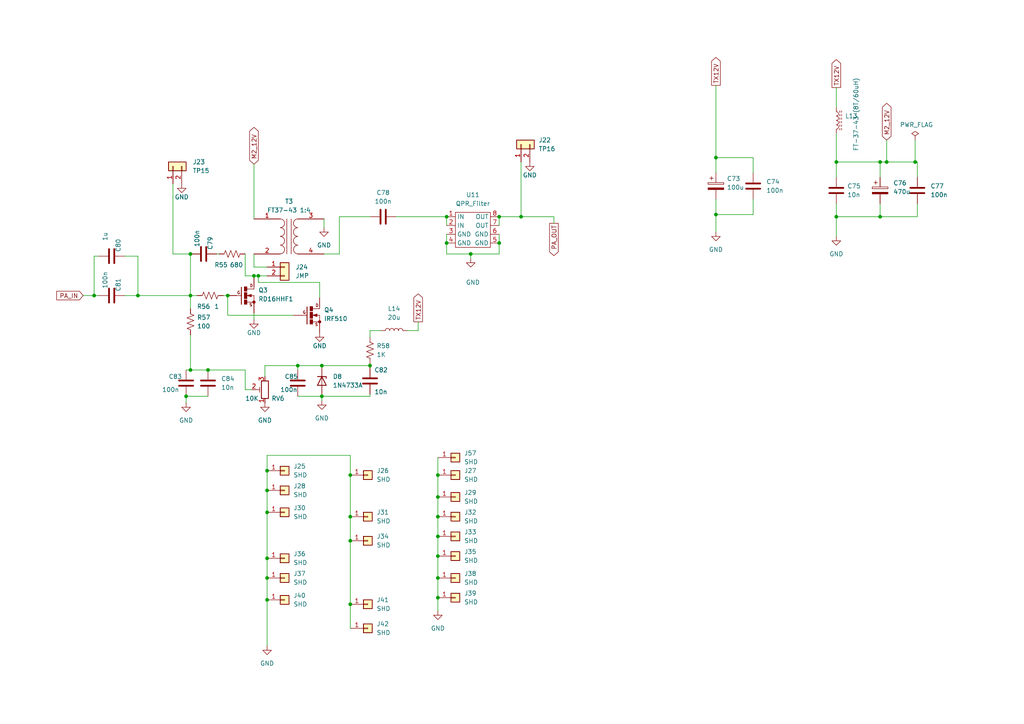
<source format=kicad_sch>
(kicad_sch (version 20211123) (generator eeschema)
  (paper "A4")
  (lib_symbols
    (symbol "Connector_Generic:Conn_01x01" (pin_names (offset 1.016) hide)
      (property "Reference" "J" (at 0 2.54 0))
      (property "Value" "Conn_01x01" (at 0 -2.54 0))
      (symbol "Conn_01x01_1_1"
        (rectangle (start -1.27 0.127) (end 0 -0.127) (stroke (width 0.1524)))
        (rectangle (start -1.27 1.27) (end 1.27 -1.27) (stroke (width 0.254)) (fill (type background)))
        (pin passive line (at -5.08 0 0) (length 3.81) (name "Pin_1") (number "1"))
      )
    )
    (symbol "Connector_Generic:Conn_01x02" (pin_names (offset 1.016) hide)
      (property "Reference" "J" (at 0 2.54 0))
      (property "Value" "Conn_01x02" (at 0 -5.08 0))
      (symbol "Conn_01x02_1_1"
        (rectangle (start -1.27 -2.413) (end 0 -2.667) (stroke (width 0.1524)))
        (rectangle (start -1.27 0.127) (end 0 -0.127) (stroke (width 0.1524)))
        (rectangle (start -1.27 1.27) (end 1.27 -3.81) (stroke (width 0.254)) (fill (type background)))
        (pin passive line (at -5.08 0 0) (length 3.81) (name "Pin_1") (number "1"))
        (pin passive line (at -5.08 -2.54 0) (length 3.81) (name "Pin_2") (number "2"))
      )
    )
    (symbol "Custom_RF:Generic Transfomer" (pin_names (offset 1.016) hide)
      (property "Reference" "T" (at 0 6.35 0))
      (property "Value" "Generic Transfomer" (at 0 -7.62 0))
      (symbol "Generic Transfomer_0_1"
        (arc (start -2.54 -5.0546) (mid -1.6599 -4.6901) (end -1.27 -3.81))
        (arc (start -2.54 -2.5146) (mid -1.6599 -2.1501) (end -1.27 -1.27))
        (arc (start -2.54 0.0254) (mid -1.6599 0.3899) (end -1.27 1.27))
        (arc (start -2.54 2.5654) (mid -1.6599 2.9299) (end -1.27 3.81))
        (arc (start -1.27 -3.81) (mid -1.642 -2.912) (end -2.54 -2.54))
        (arc (start -1.27 -1.27) (mid -1.642 -0.372) (end -2.54 0))
        (arc (start -1.27 1.27) (mid -1.642 2.168) (end -2.54 2.54))
        (arc (start -1.27 3.81) (mid -1.642 4.708) (end -2.54 5.08))
        (polyline (pts (xy -0.635 5.08) (xy -0.635 -5.08)))
        (polyline (pts (xy 0.635 -5.08) (xy 0.635 5.08)))
        (arc (start 1.2954 -1.27) (mid 1.6599 -2.1501) (end 2.54 -2.5146))
        (arc (start 1.2954 1.27) (mid 1.6599 0.3899) (end 2.54 0.0254))
        (arc (start 1.2954 3.81) (mid 1.6599 2.9299) (end 2.54 2.5654))
        (arc (start 1.3208 -3.81) (mid 1.6853 -4.6901) (end 2.5654 -5.0546))
        (arc (start 2.54 0) (mid 1.642 -0.372) (end 1.2954 -1.27))
        (arc (start 2.54 2.54) (mid 1.642 2.168) (end 1.2954 1.27))
        (arc (start 2.54 5.08) (mid 1.642 4.708) (end 1.2954 3.81))
        (arc (start 2.5654 -2.54) (mid 1.6674 -2.912) (end 1.3208 -3.81))
      )
      (symbol "Generic Transfomer_1_1"
        (pin passive line (at -10.16 5.08 0) (length 7.62) (name "AA") (number "1"))
        (pin passive line (at -10.16 -5.08 0) (length 7.62) (name "AB") (number "2"))
        (pin passive line (at 10.16 5.08 180) (length 7.62) (name "SB") (number "3"))
        (pin passive line (at 10.16 -5.08 180) (length 7.62) (name "SA") (number "4"))
      )
    )
    (symbol "Custom_RF:IRF510" (pin_numbers hide) (pin_names (offset 1.016) hide)
      (property "Reference" "Q" (at 3.302 0.508 0))
      (property "Value" "IRF510" (at 3.302 -0.508 0))
      (symbol "IRF510_0_0"
        (rectangle (start -0.254 -2.54) (end 0.508 -1.27) (fill (type outline)))
        (rectangle (start -0.254 -0.889) (end 0.508 0.889) (fill (type outline)))
        (rectangle (start -0.254 1.27) (end 0.508 2.54) (fill (type outline)))
        (polyline (pts (xy -1.1176 0) (xy -2.54 0)) (stroke (width 0.1524)))
        (polyline (pts (xy -1.1176 0) (xy -1.1176 -2.54)) (stroke (width 0.254)))
        (polyline (pts (xy -1.1176 2.413) (xy -1.1176 0)) (stroke (width 0.254)))
        (polyline (pts (xy 0.508 -1.905) (xy 2.54 -1.905)) (stroke (width 0.1524)))
        (polyline (pts (xy 0.508 0) (xy 1.143 0)) (stroke (width 0.1524)))
        (polyline (pts (xy 0.508 0) (xy 1.778 0.381)) (stroke (width 0.1524)))
        (polyline (pts (xy 1.143 0) (xy 1.651 -0.127)) (stroke (width 0.3048)))
        (polyline (pts (xy 1.143 0) (xy 2.54 0)) (stroke (width 0.1524)))
        (polyline (pts (xy 1.651 0.127) (xy 1.143 0)) (stroke (width 0.3048)))
        (polyline (pts (xy 1.778 -0.381) (xy 0.508 0)) (stroke (width 0.1524)))
        (polyline (pts (xy 1.778 0.381) (xy 1.778 -0.381)) (stroke (width 0.1524)))
        (polyline (pts (xy 2.54 -1.905) (xy 2.54 -2.54)) (stroke (width 0.1524)))
        (polyline (pts (xy 2.54 0) (xy 2.54 -1.905)) (stroke (width 0.1524)))
        (polyline (pts (xy 2.54 1.905) (xy 0.5334 1.905)) (stroke (width 0.1524)))
        (polyline (pts (xy 2.54 2.54) (xy 2.54 1.905)) (stroke (width 0.1524)))
        (circle (center 2.54 -1.905) (radius 0.254) (stroke (width 0.4064)))
        (text "D" (at 1.27 2.413 0) (effects (font (size 0.8128 0.8128)) (justify left bottom)))
        (text "G" (at -2.413 0.381 0) (effects (font (size 0.8128 0.8128)) (justify left bottom)))
        (text "S" (at 1.143 -3.175 0) (effects (font (size 0.8128 0.8128)) (justify left bottom)))
        (pin passive line (at 2.54 -5.08 90) (length 2.54) (name "~") (number "1"))
        (pin passive line (at 2.54 5.08 270) (length 2.54) (name "~") (number "2"))
        (pin passive line (at -5.08 0 0) (length 2.54) (name "~") (number "3"))
      )
    )
    (symbol "Custom_RF:QPR_Filter"
      (property "Reference" "U" (at 0 7.62 0))
      (property "Value" "QPR_Filter" (at 0 -7.62 0))
      (symbol "QPR_Filter_0_1"
        (rectangle (start -5.08 5.08) (end 5.08 -5.08))
      )
      (symbol "QPR_Filter_1_1"
        (pin bidirectional line (at -7.62 3.81 0) (length 2.54) (name "IN") (number "1"))
        (pin bidirectional line (at -7.62 1.27 0) (length 2.54) (name "IN") (number "2"))
        (pin power_in line (at -7.62 -1.27 0) (length 2.54) (name "GND") (number "3"))
        (pin power_in line (at -7.62 -3.81 0) (length 2.54) (name "GND") (number "4"))
        (pin power_in line (at 7.62 -3.81 180) (length 2.54) (name "GND") (number "5"))
        (pin power_in line (at 7.62 -1.27 180) (length 2.54) (name "GND") (number "6"))
        (pin bidirectional line (at 7.62 1.27 180) (length 2.54) (name "OUT") (number "7"))
        (pin bidirectional line (at 7.62 3.81 180) (length 2.54) (name "OUT") (number "8"))
      )
    )
    (symbol "Custom_RF:RD16HHF1" (pin_numbers hide) (pin_names (offset 1.016) hide)
      (property "Reference" "Q" (at 3.302 0.508 0))
      (property "Value" "RD16HHF1" (at 3.302 -0.508 0))
      (symbol "RD16HHF1_0_0"
        (rectangle (start -0.254 -2.54) (end 0.508 -1.27) (fill (type outline)))
        (rectangle (start -0.254 -0.889) (end 0.508 0.889) (fill (type outline)))
        (rectangle (start -0.254 1.27) (end 0.508 2.54) (fill (type outline)))
        (polyline (pts (xy -1.1176 0) (xy -2.54 0)) (stroke (width 0.1524)))
        (polyline (pts (xy -1.1176 0) (xy -1.1176 -2.54)) (stroke (width 0.254)))
        (polyline (pts (xy -1.1176 2.413) (xy -1.1176 0)) (stroke (width 0.254)))
        (polyline (pts (xy 0.508 -1.905) (xy 2.54 -1.905)) (stroke (width 0.1524)))
        (polyline (pts (xy 0.508 0) (xy 1.143 0)) (stroke (width 0.1524)))
        (polyline (pts (xy 0.508 0) (xy 1.778 0.381)) (stroke (width 0.1524)))
        (polyline (pts (xy 1.143 0) (xy 1.651 -0.127)) (stroke (width 0.3048)))
        (polyline (pts (xy 1.143 0) (xy 2.54 0)) (stroke (width 0.1524)))
        (polyline (pts (xy 1.651 0.127) (xy 1.143 0)) (stroke (width 0.3048)))
        (polyline (pts (xy 1.778 -0.381) (xy 0.508 0)) (stroke (width 0.1524)))
        (polyline (pts (xy 1.778 0.381) (xy 1.778 -0.381)) (stroke (width 0.1524)))
        (polyline (pts (xy 2.54 -1.905) (xy 2.54 -2.54)) (stroke (width 0.1524)))
        (polyline (pts (xy 2.54 0) (xy 2.54 -1.905)) (stroke (width 0.1524)))
        (polyline (pts (xy 2.54 1.905) (xy 0.5334 1.905)) (stroke (width 0.1524)))
        (polyline (pts (xy 2.54 2.54) (xy 2.54 1.905)) (stroke (width 0.1524)))
        (circle (center 2.54 -1.905) (radius 0.254) (stroke (width 0.4064)))
        (text "D" (at 1.27 2.413 0) (effects (font (size 0.8128 0.8128)) (justify left bottom)))
        (text "G" (at -2.413 0.381 0) (effects (font (size 0.8128 0.8128)) (justify left bottom)))
        (text "S" (at 1.143 -3.175 0) (effects (font (size 0.8128 0.8128)) (justify left bottom)))
        (pin passive line (at -5.08 0 0) (length 2.54) (name "~") (number "1"))
        (pin passive line (at 2.54 -5.08 90) (length 2.54) (name "~") (number "2"))
        (pin passive line (at 2.54 5.08 270) (length 2.54) (name "~") (number "3"))
      )
    )
    (symbol "Device:C" (pin_numbers hide) (pin_names (offset 0.254))
      (property "Reference" "C" (at 0.635 2.54 0))
      (property "Value" "C" (at 0.635 -2.54 0))
      (symbol "C_0_1"
        (polyline (pts (xy -2.032 -0.762) (xy 2.032 -0.762)) (stroke (width 0.508)))
        (polyline (pts (xy -2.032 0.762) (xy 2.032 0.762)) (stroke (width 0.508)))
      )
      (symbol "C_1_1"
        (pin passive line (at 0 3.81 270) (length 2.794) (name "~") (number "1"))
        (pin passive line (at 0 -3.81 90) (length 2.794) (name "~") (number "2"))
      )
    )
    (symbol "Device:C_Polarized" (pin_numbers hide) (pin_names (offset 0.254))
      (property "Reference" "C" (at 0.635 2.54 0))
      (property "Value" "C_Polarized" (at 0.635 -2.54 0))
      (symbol "C_Polarized_0_1"
        (rectangle (start -2.286 0.508) (end 2.286 1.016))
        (polyline (pts (xy -1.778 2.286) (xy -0.762 2.286)))
        (polyline (pts (xy -1.27 2.794) (xy -1.27 1.778)))
        (rectangle (start 2.286 -0.508) (end -2.286 -1.016) (fill (type outline)))
      )
      (symbol "C_Polarized_1_1"
        (pin passive line (at 0 3.81 270) (length 2.794) (name "~") (number "1"))
        (pin passive line (at 0 -3.81 90) (length 2.794) (name "~") (number "2"))
      )
    )
    (symbol "Device:L" (pin_numbers hide) (pin_names (offset 1.016) hide)
      (property "Reference" "L" (at -1.27 0 90))
      (property "Value" "L" (at 1.905 0 90))
      (symbol "L_0_1"
        (arc (start 0 -2.54) (mid 0.635 -1.905) (end 0 -1.27))
        (arc (start 0 -1.27) (mid 0.635 -0.635) (end 0 0))
        (arc (start 0 0) (mid 0.635 0.635) (end 0 1.27))
        (arc (start 0 1.27) (mid 0.635 1.905) (end 0 2.54))
      )
      (symbol "L_1_1"
        (pin passive line (at 0 3.81 270) (length 1.27) (name "1") (number "1"))
        (pin passive line (at 0 -3.81 90) (length 1.27) (name "2") (number "2"))
      )
    )
    (symbol "Device:L_Ferrite" (pin_numbers hide) (pin_names (offset 1.016) hide)
      (property "Reference" "L" (at -1.27 0 90))
      (property "Value" "L_Ferrite" (at 2.794 0 90))
      (symbol "L_Ferrite_0_1"
        (arc (start 0 -2.54) (mid 0.635 -1.905) (end 0 -1.27))
        (arc (start 0 -1.27) (mid 0.635 -0.635) (end 0 0))
        (polyline (pts (xy 1.016 -2.794) (xy 1.016 -2.286)))
        (polyline (pts (xy 1.016 -1.778) (xy 1.016 -1.27)))
        (polyline (pts (xy 1.016 -0.762) (xy 1.016 -0.254)))
        (polyline (pts (xy 1.016 0.254) (xy 1.016 0.762)))
        (polyline (pts (xy 1.016 1.27) (xy 1.016 1.778)))
        (polyline (pts (xy 1.016 2.286) (xy 1.016 2.794)))
        (polyline (pts (xy 1.524 -2.286) (xy 1.524 -2.794)))
        (polyline (pts (xy 1.524 -1.27) (xy 1.524 -1.778)))
        (polyline (pts (xy 1.524 -0.254) (xy 1.524 -0.762)))
        (polyline (pts (xy 1.524 0.762) (xy 1.524 0.254)))
        (polyline (pts (xy 1.524 1.778) (xy 1.524 1.27)))
        (polyline (pts (xy 1.524 2.794) (xy 1.524 2.286)))
        (arc (start 0 0) (mid 0.635 0.635) (end 0 1.27))
        (arc (start 0 1.27) (mid 0.635 1.905) (end 0 2.54))
      )
      (symbol "L_Ferrite_1_1"
        (pin passive line (at 0 3.81 270) (length 1.27) (name "1") (number "1"))
        (pin passive line (at 0 -3.81 90) (length 1.27) (name "2") (number "2"))
      )
    )
    (symbol "Device:R_Potentiometer_Trim" (pin_names (offset 1.016) hide)
      (property "Reference" "RV" (at -4.445 0 90))
      (property "Value" "R_Potentiometer_Trim" (at -2.54 0 90))
      (symbol "R_Potentiometer_Trim_0_1"
        (polyline (pts (xy 1.524 0.762) (xy 1.524 -0.762)))
        (polyline (pts (xy 2.54 0) (xy 1.524 0)))
        (rectangle (start 1.016 2.54) (end -1.016 -2.54) (stroke (width 0.254)))
      )
      (symbol "R_Potentiometer_Trim_1_1"
        (pin passive line (at 0 3.81 270) (length 1.27) (name "1") (number "1"))
        (pin passive line (at 3.81 0 180) (length 1.27) (name "2") (number "2"))
        (pin passive line (at 0 -3.81 90) (length 1.27) (name "3") (number "3"))
      )
    )
    (symbol "Device:R_US" (pin_numbers hide) (pin_names (offset 0))
      (property "Reference" "R" (at 2.54 0 90))
      (property "Value" "R_US" (at -2.54 0 90))
      (symbol "R_US_0_1"
        (polyline (pts (xy 0 -2.286) (xy 0 -2.54)))
        (polyline (pts (xy 0 2.286) (xy 0 2.54)))
        (polyline (pts (xy 0 -0.762) (xy 1.016 -1.143) (xy 0 -1.524) (xy -1.016 -1.905) (xy 0 -2.286)))
        (polyline (pts (xy 0 0.762) (xy 1.016 0.381) (xy 0 0) (xy -1.016 -0.381) (xy 0 -0.762)))
        (polyline (pts (xy 0 2.286) (xy 1.016 1.905) (xy 0 1.524) (xy -1.016 1.143) (xy 0 0.762)))
      )
      (symbol "R_US_1_1"
        (pin passive line (at 0 3.81 270) (length 1.27) (name "~") (number "1"))
        (pin passive line (at 0 -3.81 90) (length 1.27) (name "~") (number "2"))
      )
    )
    (symbol "Diode:1N47xxA" (pin_numbers hide) (pin_names hide)
      (property "Reference" "D" (at 0 2.54 0))
      (property "Value" "1N47xxA" (at 0 -2.54 0))
      (symbol "1N47xxA_0_1"
        (polyline (pts (xy 1.27 0) (xy -1.27 0)))
        (polyline (pts (xy -1.27 -1.27) (xy -1.27 1.27) (xy -0.762 1.27)) (stroke (width 0.254)))
        (polyline (pts (xy 1.27 -1.27) (xy 1.27 1.27) (xy -1.27 0) (xy 1.27 -1.27)) (stroke (width 0.254)))
      )
      (symbol "1N47xxA_1_1"
        (pin passive line (at -3.81 0 0) (length 2.54) (name "K") (number "1"))
        (pin passive line (at 3.81 0 180) (length 2.54) (name "A") (number "2"))
      )
    )
    (symbol "power:GND" (power) (pin_names (offset 0))
      (property "Value" "GND" (at 0 -3.81 0))
      (symbol "GND_0_1"
        (polyline (pts (xy 0 0) (xy 0 -1.27) (xy 1.27 -1.27) (xy 0 -2.54) (xy -1.27 -1.27) (xy 0 -1.27)))
      )
      (symbol "GND_1_1"
        (pin power_in line (at 0 0 270) (length 0) hide (name "GND") (number "1"))
      )
    )
    (symbol "power:PWR_FLAG" (power) (pin_numbers hide) (pin_names (offset 0) hide)
      (property "Value" "PWR_FLAG" (at 0 3.81 0))
      (symbol "PWR_FLAG_0_0"
        (pin power_out line (at 0 0 90) (length 0) (name "pwr") (number "1"))
      )
      (symbol "PWR_FLAG_0_1"
        (polyline (pts (xy 0 0) (xy 0 1.27) (xy -1.016 1.905) (xy 0 2.54) (xy 1.016 1.905) (xy 0 1.27)))
      )
    )
  )
  (junction (at 27.305 85.725))
  (junction (at 101.6 149.86))
  (junction (at 66.04 85.725))
  (junction (at 207.645 45.72))
  (junction (at 107.315 106.045))
  (junction (at 257.175 46.99))
  (junction (at 127 144.145))
  (junction (at 101.6 175.26))
  (junction (at 77.47 173.99))
  (junction (at 60.325 107.315))
  (junction (at 129.54 62.865))
  (junction (at 93.345 114.935))
  (junction (at 144.78 70.485))
  (junction (at 77.47 161.925))
  (junction (at 40.005 85.725))
  (junction (at 265.43 46.99))
  (junction (at 242.57 62.865))
  (junction (at 101.6 137.795))
  (junction (at 151.13 62.865))
  (junction (at 73.66 80.01))
  (junction (at 74.93 80.01))
  (junction (at 255.27 46.99))
  (junction (at 255.27 62.865))
  (junction (at 55.245 73.66))
  (junction (at 77.47 142.24))
  (junction (at 129.54 70.485))
  (junction (at 242.57 46.99))
  (junction (at 207.645 62.23))
  (junction (at 127 155.575))
  (junction (at 77.47 148.59))
  (junction (at 55.245 107.315))
  (junction (at 53.975 114.935))
  (junction (at 127 161.29))
  (junction (at 55.245 85.725))
  (junction (at 101.6 156.845))
  (junction (at 144.78 62.865))
  (junction (at 93.345 106.045))
  (junction (at 86.36 106.045))
  (junction (at 77.47 136.525))
  (junction (at 127 167.64))
  (junction (at 127 173.355))
  (junction (at 127 149.86))
  (junction (at 127 137.795))
  (junction (at 136.525 73.66))
  (junction (at 77.47 167.64))
  (wire (pts (xy 257.175 40.64) (xy 257.175 46.99)))
  (wire (pts (xy 55.245 73.66) (xy 55.245 85.725)))
  (wire (pts (xy 77.47 132.08) (xy 77.47 136.525)))
  (wire (pts (xy 207.645 24.765) (xy 207.645 45.72)))
  (wire (pts (xy 207.645 57.785) (xy 207.645 62.23)))
  (wire (pts (xy 77.47 136.525) (xy 77.47 142.24)))
  (wire (pts (xy 101.6 175.26) (xy 101.6 182.245)))
  (wire (pts (xy 77.47 173.99) (xy 77.47 187.325)))
  (wire (pts (xy 127 161.29) (xy 127 167.64)))
  (wire (pts (xy 107.315 105.41) (xy 107.315 106.045)))
  (wire (pts (xy 160.655 62.865) (xy 160.655 64.77)))
  (wire (pts (xy 93.345 114.3) (xy 93.345 114.935)))
  (wire (pts (xy 255.27 46.99) (xy 257.175 46.99)))
  (wire (pts (xy 27.305 74.295) (xy 27.305 85.725)))
  (wire (pts (xy 66.04 91.44) (xy 66.04 85.725)))
  (wire (pts (xy 27.305 85.725) (xy 28.575 85.725)))
  (wire (pts (xy 242.57 62.865) (xy 255.27 62.865)))
  (wire (pts (xy 53.975 116.84) (xy 53.975 114.935)))
  (wire (pts (xy 255.27 59.055) (xy 255.27 62.865)))
  (wire (pts (xy 71.12 73.66) (xy 71.12 80.01)))
  (wire (pts (xy 144.78 67.945) (xy 144.78 70.485)))
  (wire (pts (xy 265.43 46.99) (xy 266.065 46.99)))
  (wire (pts (xy 40.005 85.725) (xy 55.245 85.725)))
  (wire (pts (xy 242.57 46.99) (xy 255.27 46.99)))
  (wire (pts (xy 107.315 114.935) (xy 107.315 114.3)))
  (wire (pts (xy 74.93 80.01) (xy 73.66 80.01)))
  (wire (pts (xy 242.57 62.865) (xy 242.57 68.58)))
  (wire (pts (xy 127 155.575) (xy 127 149.86)))
  (wire (pts (xy 127 144.145) (xy 127 149.86)))
  (wire (pts (xy 98.425 62.865) (xy 98.425 73.66)))
  (wire (pts (xy 101.6 137.795) (xy 101.6 132.08)))
  (wire (pts (xy 93.345 116.205) (xy 93.345 114.935)))
  (wire (pts (xy 71.12 107.315) (xy 60.325 107.315)))
  (wire (pts (xy 93.345 114.935) (xy 86.36 114.935)))
  (wire (pts (xy 92.71 81.915) (xy 74.93 81.915)))
  (wire (pts (xy 242.57 46.99) (xy 242.57 51.435)))
  (wire (pts (xy 73.66 80.01) (xy 73.66 80.645)))
  (wire (pts (xy 127 132.715) (xy 127 137.795)))
  (wire (pts (xy 144.78 62.865) (xy 144.78 65.405)))
  (wire (pts (xy 257.175 46.99) (xy 265.43 46.99)))
  (wire (pts (xy 107.315 62.865) (xy 98.425 62.865)))
  (wire (pts (xy 55.245 73.66) (xy 50.165 73.66)))
  (wire (pts (xy 77.47 80.01) (xy 74.93 80.01)))
  (wire (pts (xy 121.285 93.345) (xy 121.285 95.885)))
  (wire (pts (xy 207.645 45.72) (xy 218.44 45.72)))
  (wire (pts (xy 73.66 90.805) (xy 73.66 92.71)))
  (wire (pts (xy 36.195 85.725) (xy 40.005 85.725)))
  (wire (pts (xy 93.345 106.68) (xy 93.345 106.045)))
  (wire (pts (xy 110.49 95.885) (xy 107.315 95.885)))
  (wire (pts (xy 151.13 46.99) (xy 151.13 62.865)))
  (wire (pts (xy 36.195 74.295) (xy 40.005 74.295)))
  (wire (pts (xy 24.13 85.725) (xy 27.305 85.725)))
  (wire (pts (xy 129.54 73.66) (xy 136.525 73.66)))
  (wire (pts (xy 218.44 45.72) (xy 218.44 50.165)))
  (wire (pts (xy 101.6 132.08) (xy 77.47 132.08)))
  (wire (pts (xy 55.245 85.725) (xy 57.15 85.725)))
  (wire (pts (xy 85.09 91.44) (xy 66.04 91.44)))
  (wire (pts (xy 107.315 106.045) (xy 107.315 106.68)))
  (wire (pts (xy 129.54 67.945) (xy 129.54 70.485)))
  (wire (pts (xy 77.47 167.64) (xy 77.47 173.99)))
  (wire (pts (xy 136.525 73.66) (xy 136.525 74.93)))
  (wire (pts (xy 74.93 81.915) (xy 74.93 80.01)))
  (wire (pts (xy 101.6 137.795) (xy 101.6 149.86)))
  (wire (pts (xy 255.27 62.865) (xy 266.065 62.865)))
  (wire (pts (xy 266.065 62.865) (xy 266.065 59.055)))
  (wire (pts (xy 101.6 156.845) (xy 101.6 175.26)))
  (wire (pts (xy 40.005 74.295) (xy 40.005 85.725)))
  (wire (pts (xy 77.47 161.925) (xy 77.47 167.64)))
  (wire (pts (xy 92.71 86.36) (xy 92.71 81.915)))
  (wire (pts (xy 107.315 95.885) (xy 107.315 97.79)))
  (wire (pts (xy 76.835 106.045) (xy 76.835 109.22)))
  (wire (pts (xy 151.13 62.865) (xy 160.655 62.865)))
  (wire (pts (xy 242.57 25.4) (xy 242.57 31.115)))
  (wire (pts (xy 86.36 106.045) (xy 93.345 106.045)))
  (wire (pts (xy 114.935 62.865) (xy 129.54 62.865)))
  (wire (pts (xy 266.065 46.99) (xy 266.065 51.435)))
  (wire (pts (xy 255.27 46.99) (xy 255.27 51.435)))
  (wire (pts (xy 129.54 62.865) (xy 129.54 65.405)))
  (wire (pts (xy 73.025 113.03) (xy 71.12 113.03)))
  (wire (pts (xy 93.345 106.045) (xy 107.315 106.045)))
  (wire (pts (xy 86.36 106.045) (xy 86.36 107.315)))
  (wire (pts (xy 144.78 73.66) (xy 144.78 70.485)))
  (wire (pts (xy 127 155.575) (xy 127 161.29)))
  (wire (pts (xy 218.44 62.23) (xy 218.44 57.785)))
  (wire (pts (xy 71.12 80.01) (xy 73.66 80.01)))
  (wire (pts (xy 73.66 47.625) (xy 73.66 63.5)))
  (wire (pts (xy 136.525 73.66) (xy 144.78 73.66)))
  (wire (pts (xy 55.245 97.155) (xy 55.245 107.315)))
  (wire (pts (xy 242.57 59.055) (xy 242.57 62.865)))
  (wire (pts (xy 127 167.64) (xy 127 173.355)))
  (wire (pts (xy 53.975 114.935) (xy 60.325 114.935)))
  (wire (pts (xy 242.57 38.735) (xy 242.57 46.99)))
  (wire (pts (xy 118.11 95.885) (xy 121.285 95.885)))
  (wire (pts (xy 62.865 73.66) (xy 63.5 73.66)))
  (wire (pts (xy 207.645 45.72) (xy 207.645 50.165)))
  (wire (pts (xy 55.245 89.535) (xy 55.245 85.725)))
  (wire (pts (xy 127 137.795) (xy 127 144.145)))
  (wire (pts (xy 207.645 62.23) (xy 218.44 62.23)))
  (wire (pts (xy 129.54 70.485) (xy 129.54 73.66)))
  (wire (pts (xy 101.6 149.86) (xy 101.6 156.845)))
  (wire (pts (xy 77.47 142.24) (xy 77.47 148.59)))
  (wire (pts (xy 55.245 107.315) (xy 60.325 107.315)))
  (wire (pts (xy 50.165 53.34) (xy 50.165 73.66)))
  (wire (pts (xy 93.98 66.04) (xy 93.98 63.5)))
  (wire (pts (xy 93.98 73.66) (xy 98.425 73.66)))
  (wire (pts (xy 53.975 107.315) (xy 55.245 107.315)))
  (wire (pts (xy 93.345 114.935) (xy 107.315 114.935)))
  (wire (pts (xy 73.66 77.47) (xy 73.66 73.66)))
  (wire (pts (xy 71.12 113.03) (xy 71.12 107.315)))
  (wire (pts (xy 77.47 148.59) (xy 77.47 161.925)))
  (wire (pts (xy 265.43 40.64) (xy 265.43 46.99)))
  (wire (pts (xy 127 177.165) (xy 127 173.355)))
  (wire (pts (xy 76.835 106.045) (xy 86.36 106.045)))
  (wire (pts (xy 144.78 62.865) (xy 151.13 62.865)))
  (wire (pts (xy 77.47 77.47) (xy 73.66 77.47)))
  (wire (pts (xy 28.575 74.295) (xy 27.305 74.295)))
  (wire (pts (xy 207.645 62.23) (xy 207.645 67.31)))
  (wire (pts (xy 64.77 85.725) (xy 66.04 85.725)))
  (global_label "TX12V" (shape output) (at 242.57 25.4 90) (property "Intersheet References" "${INTERSHEET_REFS}" (effects hide)))
  (global_label "PA_IN" (shape input) (at 24.13 85.725 180) (property "Intersheet References" "${INTERSHEET_REFS}" (effects hide)))
  (global_label "M2_12V" (shape bidirectional) (at 73.66 47.625 90) (property "Intersheet References" "${INTERSHEET_REFS}" (effects hide)))
  (global_label "TX12V" (shape output) (at 207.645 24.765 90) (property "Intersheet References" "${INTERSHEET_REFS}" (effects hide)))
  (global_label "PA_OUT" (shape output) (at 160.655 64.77 270) (property "Intersheet References" "${INTERSHEET_REFS}" (effects hide)))
  (global_label "TX12V" (shape output) (at 121.285 93.345 90) (property "Intersheet References" "${INTERSHEET_REFS}" (effects hide)))
  (global_label "M2_12V" (shape bidirectional) (at 257.175 40.64 90) (property "Intersheet References" "${INTERSHEET_REFS}" (effects hide)))
  (symbol (lib_id "Connector_Generic:Conn_01x01") (at 106.68 182.245 0) (unit 1)
    (property "Reference" "J42" (at 109.22 180.9749 0) (effects (justify left)))
    (property "Value" "SHD" (at 109.22 183.5149 0) (effects (justify left)))
    (property "Footprint" "TestPoint:TestPoint_Pad_2.0x2.0mm" (effects hide))
  )
  (symbol (lib_id "Connector_Generic:Conn_01x01") (at 132.08 161.29 0) (unit 1)
    (property "Reference" "J35" (at 134.62 160.0199 0) (effects (justify left)))
    (property "Value" "SHD" (at 134.62 162.5599 0) (effects (justify left)))
    (property "Footprint" "Connector_PinHeader_2.54mm:PinHeader_1x01_P2.54mm_Vertical" (effects hide))
  )
  (symbol (lib_id "power:GND") (at 127 177.165 0) (unit 1)
    (property "Reference" "#PWR095" (effects hide))
    (property "Value" "GND" (at 127 182.245 0))
  )
  (symbol (lib_id "Custom_RF:IRF510") (at 90.17 91.44 0) (unit 1)
    (property "Reference" "Q4" (at 93.98 89.8966 0) (effects (justify left)))
    (property "Value" "IRF510" (at 93.98 92.4366 0) (effects (justify left)))
    (property "Footprint" "TO220" (effects hide))
  )
  (symbol (lib_id "Connector_Generic:Conn_01x02") (at 151.13 41.91 90) (unit 1)
    (property "Reference" "J22" (at 156.21 40.6399 90) (effects (justify right)))
    (property "Value" "TP16" (at 156.21 43.1799 90) (effects (justify right)))
    (property "Footprint" "Connector_PinSocket_2.54mm:PinSocket_1x02_P2.54mm_Vertical" (effects hide))
  )
  (symbol (lib_id "Device:C") (at 218.44 53.975 0) (unit 1)
    (property "Reference" "C74" (at 222.25 52.7049 0) (effects (justify left)))
    (property "Value" "100n" (at 222.25 55.2449 0) (effects (justify left)))
    (property "Footprint" "Capacitor_SMD:C_1206_3216Metric" (effects hide))
  )
  (symbol (lib_id "Connector_Generic:Conn_01x01") (at 132.08 144.145 0) (unit 1)
    (property "Reference" "J29" (at 134.62 142.8749 0) (effects (justify left)))
    (property "Value" "SHD" (at 134.62 145.4149 0) (effects (justify left)))
    (property "Footprint" "Connector_PinHeader_2.54mm:PinHeader_1x01_P2.54mm_Vertical" (effects hide))
  )
  (symbol (lib_id "Device:R_US") (at 60.96 85.725 270) (unit 1)
    (property "Reference" "R56" (at 59.055 88.9 90))
    (property "Value" "1" (at 62.865 88.9 90))
    (property "Footprint" "Resistor_SMD:R_1206_3216Metric" (effects hide))
  )
  (symbol (lib_id "power:GND") (at 93.98 66.04 0) (unit 1)
    (property "Reference" "#PWR087" (effects hide))
    (property "Value" "GND" (at 93.98 71.12 0))
  )
  (symbol (lib_id "Device:C_Polarized") (at 255.27 55.245 0) (unit 1)
    (property "Reference" "C76" (at 259.08 53.0859 0) (effects (justify left)))
    (property "Value" "470u" (at 259.08 55.6259 0) (effects (justify left)))
    (property "Footprint" "Capacitor_THT:CP_Radial_D8.0mm_P3.50mm" (effects hide))
  )
  (symbol (lib_id "Connector_Generic:Conn_01x01") (at 82.55 142.24 0) (unit 1)
    (property "Reference" "J28" (at 85.09 140.9699 0) (effects (justify left)))
    (property "Value" "SHD" (at 85.09 143.5099 0) (effects (justify left)))
    (property "Footprint" "TestPoint:TestPoint_Pad_2.0x2.0mm" (effects hide))
  )
  (symbol (lib_id "power:PWR_FLAG") (at 265.43 40.64 0) (unit 1)
    (property "Reference" "#FLG015" (effects hide))
    (property "Value" "PWR_FLAG" (at 260.985 36.195 0) (effects (justify left)))
  )
  (symbol (lib_id "Device:R_US") (at 55.245 93.345 180) (unit 1)
    (property "Reference" "R57" (at 57.15 92.0749 0) (effects (justify right)))
    (property "Value" "100" (at 57.15 94.6149 0) (effects (justify right)))
    (property "Footprint" "Resistor_SMD:R_1206_3216Metric" (effects hide))
  )
  (symbol (lib_id "Device:R_Potentiometer_Trim") (at 76.835 113.03 180) (unit 1)
    (property "Reference" "RV6" (at 78.74 115.57 0) (effects (justify right)))
    (property "Value" "10K" (at 71.12 115.57 0) (effects (justify right)))
    (property "Footprint" "Potentiometer_THT:Potentiometer_Bourns_3296W_Vertical" (effects hide))
  )
  (symbol (lib_id "power:GND") (at 136.525 74.93 0) (unit 1)
    (property "Reference" "#PWR090" (effects hide))
    (property "Value" "GND" (at 137.16 81.915 0))
  )
  (symbol (lib_id "Connector_Generic:Conn_01x01") (at 82.55 161.925 0) (unit 1)
    (property "Reference" "J36" (at 85.09 160.6549 0) (effects (justify left)))
    (property "Value" "SHD" (at 85.09 163.1949 0) (effects (justify left)))
    (property "Footprint" "TestPoint:TestPoint_Pad_2.0x2.0mm" (effects hide))
  )
  (symbol (lib_id "power:GND") (at 53.975 116.84 0) (unit 1)
    (property "Reference" "#PWR093" (effects hide))
    (property "Value" "GND" (at 53.975 121.92 0))
  )
  (symbol (lib_id "Connector_Generic:Conn_01x01") (at 106.68 137.795 0) (unit 1)
    (property "Reference" "J26" (at 109.22 136.5249 0) (effects (justify left)))
    (property "Value" "SHD" (at 109.22 139.0649 0) (effects (justify left)))
    (property "Footprint" "TestPoint:TestPoint_Pad_2.0x2.0mm" (effects hide))
  )
  (symbol (lib_id "Connector_Generic:Conn_01x01") (at 82.55 148.59 0) (unit 1)
    (property "Reference" "J30" (at 85.09 147.3199 0) (effects (justify left)))
    (property "Value" "SHD" (at 85.09 149.8599 0) (effects (justify left)))
    (property "Footprint" "TestPoint:TestPoint_Pad_2.0x2.0mm" (effects hide))
  )
  (symbol (lib_id "Device:C") (at 111.125 62.865 90) (unit 1)
    (property "Reference" "C78" (at 111.125 55.88 90))
    (property "Value" "100n" (at 111.125 58.42 90))
    (property "Footprint" "Capacitor_SMD:C_1206_3216Metric" (effects hide))
  )
  (symbol (lib_id "Connector_Generic:Conn_01x02") (at 50.165 48.26 90) (unit 1)
    (property "Reference" "J23" (at 55.88 46.9899 90) (effects (justify right)))
    (property "Value" "TP15" (at 55.88 49.5299 90) (effects (justify right)))
    (property "Footprint" "Connector_PinSocket_2.54mm:PinSocket_1x02_P2.54mm_Vertical" (effects hide))
  )
  (symbol (lib_id "Device:L_Ferrite") (at 242.57 34.925 0) (unit 1)
    (property "Reference" "L13" (at 245.11 33.6549 0) (effects (justify left)))
    (property "Value" "FT-37-43 (8T/60uH)" (at 248.285 43.815 90) (effects (justify left)))
    (property "Footprint" "Inductor_THT:L_Toroid_Horizontal_D9.5mm_P15.00mm_Diameter10-5mm_Amidon-T37" (effects hide))
  )
  (symbol (lib_id "power:GND") (at 153.67 46.99 0) (unit 1)
    (property "Reference" "#PWR085" (effects hide))
    (property "Value" "GND" (at 153.67 50.8 0))
  )
  (symbol (lib_id "Device:R_US") (at 67.31 73.66 270) (unit 1)
    (property "Reference" "R55" (at 64.135 76.835 90))
    (property "Value" "680" (at 68.58 76.835 90))
    (property "Footprint" "Resistor_SMD:R_1206_3216Metric" (effects hide))
  )
  (symbol (lib_id "Connector_Generic:Conn_01x01") (at 132.08 132.715 0) (unit 1)
    (property "Reference" "J57" (at 134.62 131.4449 0) (effects (justify left)))
    (property "Value" "SHD" (at 134.62 133.9849 0) (effects (justify left)))
    (property "Footprint" "Connector_PinHeader_2.54mm:PinHeader_1x01_P2.54mm_Vertical" (effects hide))
  )
  (symbol (lib_id "Device:C") (at 60.325 111.125 0) (unit 1)
    (property "Reference" "C84" (at 64.135 109.8549 0) (effects (justify left)))
    (property "Value" "10n" (at 64.135 112.3949 0) (effects (justify left)))
    (property "Footprint" "Capacitor_SMD:C_1206_3216Metric" (effects hide))
  )
  (symbol (lib_id "Connector_Generic:Conn_01x02") (at 82.55 77.47 0) (unit 1)
    (property "Reference" "J24" (at 85.725 77.4699 0) (effects (justify left)))
    (property "Value" "JMP" (at 85.725 80.0099 0) (effects (justify left)))
    (property "Footprint" "Connector_PinHeader_2.54mm:PinHeader_1x02_P2.54mm_Vertical" (effects hide))
  )
  (symbol (lib_id "Connector_Generic:Conn_01x01") (at 82.55 136.525 0) (unit 1)
    (property "Reference" "J25" (at 85.09 135.2549 0) (effects (justify left)))
    (property "Value" "SHD" (at 85.09 137.7949 0) (effects (justify left)))
    (property "Footprint" "TestPoint:TestPoint_Pad_2.0x2.0mm" (effects hide))
  )
  (symbol (lib_id "power:GND") (at 92.71 96.52 0) (unit 1)
    (property "Reference" "#PWR0122" (effects hide))
    (property "Value" "GND" (at 92.71 100.33 0))
  )
  (symbol (lib_id "Device:C") (at 59.055 73.66 270) (unit 1)
    (property "Reference" "C79" (at 60.96 68.58 0) (effects (justify left)))
    (property "Value" "100n" (at 57.15 66.675 0) (effects (justify left)))
    (property "Footprint" "Capacitor_SMD:C_1206_3216Metric" (effects hide))
  )
  (symbol (lib_id "power:GND") (at 77.47 187.325 0) (unit 1)
    (property "Reference" "#PWR096" (effects hide))
    (property "Value" "GND" (at 77.47 192.405 0))
  )
  (symbol (lib_id "Device:C") (at 266.065 55.245 0) (unit 1)
    (property "Reference" "C77" (at 269.875 53.9749 0) (effects (justify left)))
    (property "Value" "100n" (at 269.875 56.5149 0) (effects (justify left)))
    (property "Footprint" "Capacitor_SMD:C_1206_3216Metric" (effects hide))
  )
  (symbol (lib_id "Connector_Generic:Conn_01x01") (at 132.08 155.575 0) (unit 1)
    (property "Reference" "J33" (at 134.62 154.3049 0) (effects (justify left)))
    (property "Value" "SHD" (at 134.62 156.8449 0) (effects (justify left)))
    (property "Footprint" "Connector_PinHeader_2.54mm:PinHeader_1x01_P2.54mm_Vertical" (effects hide))
  )
  (symbol (lib_id "Device:L") (at 114.3 95.885 90) (unit 1)
    (property "Reference" "L14" (at 114.3 89.535 90))
    (property "Value" "20u" (at 114.3 92.075 90))
    (property "Footprint" "Inductor_SMD:L_1206_3216Metric" (effects hide))
  )
  (symbol (lib_id "power:GND") (at 242.57 68.58 0) (unit 1)
    (property "Reference" "#PWR089" (effects hide))
    (property "Value" "GND" (at 242.57 73.66 0))
  )
  (symbol (lib_id "Device:C") (at 32.385 74.295 270) (unit 1)
    (property "Reference" "C80" (at 34.29 69.215 0) (effects (justify left)))
    (property "Value" "1u" (at 30.48 67.31 0) (effects (justify left)))
    (property "Footprint" "Capacitor_SMD:C_1206_3216Metric" (effects hide))
  )
  (symbol (lib_id "Connector_Generic:Conn_01x01") (at 106.68 175.26 0) (unit 1)
    (property "Reference" "J41" (at 109.22 173.9899 0) (effects (justify left)))
    (property "Value" "SHD" (at 109.22 176.5299 0) (effects (justify left)))
    (property "Footprint" "TestPoint:TestPoint_Pad_2.0x2.0mm" (effects hide))
  )
  (symbol (lib_id "Diode:1N47xxA") (at 93.345 110.49 270) (unit 1)
    (property "Reference" "D8" (at 96.52 109.2199 90) (effects (justify left)))
    (property "Value" "1N4733A" (at 96.52 111.7599 90) (effects (justify left)))
    (property "Footprint" "Diode_THT:D_DO-35_SOD27_P7.62mm_Horizontal" (effects hide))
    (property "Datasheet" "https://www.vishay.com/docs/85816/1n4728a.pdf" (effects hide))
  )
  (symbol (lib_id "Connector_Generic:Conn_01x01") (at 132.08 149.86 0) (unit 1)
    (property "Reference" "J32" (at 134.62 148.5899 0) (effects (justify left)))
    (property "Value" "SHD" (at 134.62 151.1299 0) (effects (justify left)))
    (property "Footprint" "Connector_PinHeader_2.54mm:PinHeader_1x01_P2.54mm_Vertical" (effects hide))
  )
  (symbol (lib_id "Device:C") (at 107.315 110.49 0) (unit 1)
    (property "Reference" "C82" (at 108.585 107.315 0) (effects (justify left)))
    (property "Value" "10n" (at 108.585 113.665 0) (effects (justify left)))
    (property "Footprint" "Capacitor_SMD:C_1206_3216Metric" (effects hide))
  )
  (symbol (lib_id "Device:C") (at 53.975 111.125 0) (unit 1)
    (property "Reference" "C83" (at 48.895 109.22 0) (effects (justify left)))
    (property "Value" "100n" (at 46.99 113.03 0) (effects (justify left)))
    (property "Footprint" "Capacitor_SMD:C_1206_3216Metric" (effects hide))
  )
  (symbol (lib_id "Custom_RF:Generic Transfomer") (at 83.82 68.58 0) (unit 1)
    (property "Reference" "T3" (at 83.8327 58.42 0))
    (property "Value" "FT37-43 1:4" (at 83.8327 60.96 0))
    (property "Footprint" "Transformer_THT:Transformer_Toroid_Horizontal_D10.5mm_Amidon-T37" (effects hide))
  )
  (symbol (lib_id "Connector_Generic:Conn_01x01") (at 132.08 167.64 0) (unit 1)
    (property "Reference" "J38" (at 134.62 166.3699 0) (effects (justify left)))
    (property "Value" "SHD" (at 134.62 168.9099 0) (effects (justify left)))
    (property "Footprint" "Connector_PinHeader_2.54mm:PinHeader_1x01_P2.54mm_Vertical" (effects hide))
  )
  (symbol (lib_id "Connector_Generic:Conn_01x01") (at 132.08 137.795 0) (unit 1)
    (property "Reference" "J27" (at 134.62 136.5249 0) (effects (justify left)))
    (property "Value" "SHD" (at 134.62 139.0649 0) (effects (justify left)))
    (property "Footprint" "Connector_PinHeader_2.54mm:PinHeader_1x01_P2.54mm_Vertical" (effects hide))
  )
  (symbol (lib_id "Device:R_US") (at 107.315 101.6 0) (unit 1)
    (property "Reference" "R58" (at 109.22 100.3299 0) (effects (justify left)))
    (property "Value" "1K" (at 109.22 102.8699 0) (effects (justify left)))
    (property "Footprint" "Resistor_SMD:R_1206_3216Metric" (effects hide))
  )
  (symbol (lib_id "power:GND") (at 76.835 116.84 0) (unit 1)
    (property "Reference" "#PWR094" (effects hide))
    (property "Value" "GND" (at 76.835 121.92 0))
  )
  (symbol (lib_id "Device:C") (at 242.57 55.245 0) (unit 1)
    (property "Reference" "C75" (at 245.745 53.9749 0) (effects (justify left)))
    (property "Value" "10n" (at 245.745 56.5149 0) (effects (justify left)))
    (property "Footprint" "Capacitor_SMD:C_1206_3216Metric" (effects hide))
  )
  (symbol (lib_id "Device:C_Polarized") (at 207.645 53.975 0) (unit 1)
    (property "Reference" "C73" (at 210.82 51.8159 0) (effects (justify left)))
    (property "Value" "100u" (at 210.82 54.3559 0) (effects (justify left)))
    (property "Footprint" "Capacitor_THT:CP_Radial_D8.0mm_P2.50mm" (effects hide))
  )
  (symbol (lib_id "power:GND") (at 52.705 53.34 0) (unit 1)
    (property "Reference" "#PWR086" (effects hide))
    (property "Value" "GND" (at 52.705 57.15 0))
  )
  (symbol (lib_id "Connector_Generic:Conn_01x01") (at 82.55 167.64 0) (unit 1)
    (property "Reference" "J37" (at 85.09 166.3699 0) (effects (justify left)))
    (property "Value" "SHD" (at 85.09 168.9099 0) (effects (justify left)))
    (property "Footprint" "TestPoint:TestPoint_Pad_2.0x2.0mm" (effects hide))
  )
  (symbol (lib_id "Connector_Generic:Conn_01x01") (at 132.08 173.355 0) (unit 1)
    (property "Reference" "J39" (at 134.62 172.0849 0) (effects (justify left)))
    (property "Value" "SHD" (at 134.62 174.6249 0) (effects (justify left)))
    (property "Footprint" "Connector_PinHeader_2.54mm:PinHeader_1x01_P2.54mm_Vertical" (effects hide))
  )
  (symbol (lib_id "Custom_RF:RD16HHF1") (at 71.12 85.725 0) (unit 1)
    (property "Reference" "Q3" (at 74.93 84.1816 0) (effects (justify left)))
    (property "Value" "RD16HHF1" (at 74.93 86.7216 0) (effects (justify left)))
    (property "Footprint" "Custom_RF:TO-220-3" (effects hide))
  )
  (symbol (lib_id "Device:C") (at 86.36 111.125 0) (unit 1)
    (property "Reference" "C85" (at 82.55 109.22 0) (effects (justify left)))
    (property "Value" "100n" (at 81.28 113.03 0) (effects (justify left)))
    (property "Footprint" "Capacitor_SMD:C_1206_3216Metric" (effects hide))
  )
  (symbol (lib_id "Connector_Generic:Conn_01x01") (at 106.68 156.845 0) (unit 1)
    (property "Reference" "J34" (at 109.22 155.5749 0) (effects (justify left)))
    (property "Value" "SHD" (at 109.22 158.1149 0) (effects (justify left)))
    (property "Footprint" "TestPoint:TestPoint_Pad_2.0x2.0mm" (effects hide))
  )
  (symbol (lib_id "Connector_Generic:Conn_01x01") (at 82.55 173.99 0) (unit 1)
    (property "Reference" "J40" (at 85.09 172.7199 0) (effects (justify left)))
    (property "Value" "SHD" (at 85.09 175.2599 0) (effects (justify left)))
    (property "Footprint" "TestPoint:TestPoint_Pad_2.0x2.0mm" (effects hide))
  )
  (symbol (lib_id "Connector_Generic:Conn_01x01") (at 106.68 149.86 0) (unit 1)
    (property "Reference" "J31" (at 109.22 148.5899 0) (effects (justify left)))
    (property "Value" "SHD" (at 109.22 151.1299 0) (effects (justify left)))
    (property "Footprint" "TestPoint:TestPoint_Pad_2.0x2.0mm" (effects hide))
  )
  (symbol (lib_id "power:GND") (at 93.345 116.205 0) (unit 1)
    (property "Reference" "#PWR092" (effects hide))
    (property "Value" "GND" (at 93.345 121.285 0))
  )
  (symbol (lib_id "power:GND") (at 73.66 92.71 0) (unit 1)
    (property "Reference" "#PWR091" (effects hide))
    (property "Value" "GND" (at 73.66 96.52 0))
  )
  (symbol (lib_id "Custom_RF:QPR_Filter") (at 137.16 66.675 0) (unit 1)
    (property "Reference" "U11" (at 137.16 56.515 0))
    (property "Value" "QPR_Filter" (at 137.16 59.055 0))
    (property "Footprint" "Custom_RF:QRPLabs_Filter_TH" (effects hide))
    (property "Datasheet" "https://www.qrp-labs.com/lpfkit.html" (effects hide))
  )
  (symbol (lib_id "power:GND") (at 207.645 67.31 0) (unit 1)
    (property "Reference" "#PWR088" (effects hide))
    (property "Value" "GND" (at 207.645 72.39 0))
  )
  (symbol (lib_id "Device:C") (at 32.385 85.725 270) (unit 1)
    (property "Reference" "C81" (at 34.29 80.645 0) (effects (justify left)))
    (property "Value" "100n" (at 30.48 78.74 0) (effects (justify left)))
    (property "Footprint" "Capacitor_SMD:C_1206_3216Metric" (effects hide))
  )
)
</source>
